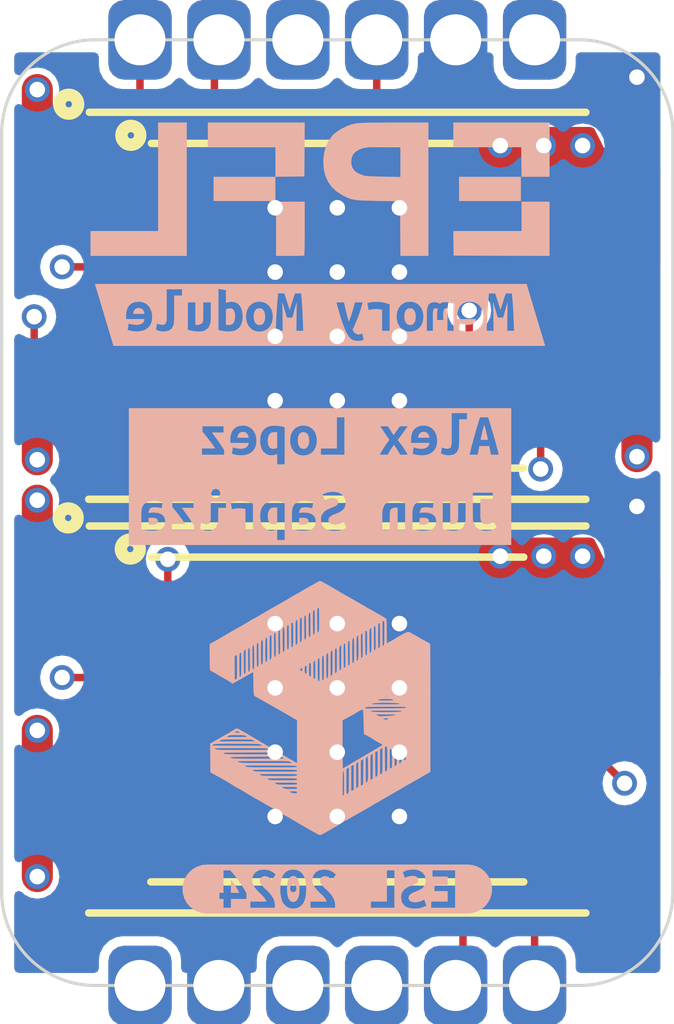
<source format=kicad_pcb>
(kicad_pcb (version 20240108) (generator "pcbnew") (generator_version "8.0")
  (layers (0 "F.Cu" signal) (1 "In1.Cu" signal) (2 "In2.Cu" signal) (3 "In3.Cu" signal) (4 "In4.Cu" signal) (31 "B.Cu" signal) (34 "B.Paste" user) (35 "F.Paste" user) (36 "B.SilkS" user "B.Silkscreen") (37 "F.SilkS" user "F.Silkscreen") (38 "B.Mask" user) (39 "F.Mask" user) (44 "Edge.Cuts" user))
  (net 0 "")
  (net 1 "GND")
  (net 2 "+1V8")
  (net 3 "~{FLASH_1_CS}")
  (net 4 "FLASH_CLK")
  (net 5 "~{FLASH_1_WP}_(IO2)")
  (net 6 "~{FLASH_1_RST}_(IO3)")
  (net 7 "~{FLASH_2_CS}")
  (net 8 "~{FLASH_2_WP}_(IO2)")
  (net 9 "~{FLASH_2_RST}_(IO3)")
  (net 10 "FLASH_MISO_(IO1)")
  (net 11 "FLASH_MOSI_(IO0)")
  (footprint "X-MODs_PcbLib:C0402" (layer "F.Cu") (at 154.6125 98.765 90)
    (property "Reference" "C2" (hide yes))
    (property "Value" "100n 10V" (hide yes))
    (pad "1" smd roundrect (at -0.48 0 90) (size 0.57 0.62) (layers "F.Cu" "F.Paste" "F.Mask") (net 2 "+1V8"))
    (pad "2" smd roundrect (at 0.48 0 90) (size 0.57 0.62) (layers "F.Cu" "F.Paste" "F.Mask") (net 1 "GND"))
  )
  (footprint "X-MODs_PcbLib:R0402" (layer "F.Cu") (at 154.6125 95.83 90)
    (property "Reference" "R2" (hide yes))
    (property "Value" "10K0" (hide yes))
    (pad "1" smd roundrect (at -0.48 0 90) (size 0.57 0.62) (layers "F.Cu" "F.Paste" "F.Mask") (net 2 "+1V8"))
    (pad "2" smd roundrect (at 0.48 0 90) (size 0.57 0.62) (layers "F.Cu" "F.Paste" "F.Mask") (net 4 "FLASH_CLK"))
  )
  (footprint "X-MODs_PcbLib:R0402" (layer "F.Cu") (at 154.615 93.9725 -90)
    (property "Reference" "R4" (hide yes))
    (property "Value" "10K0" (hide yes))
    (pad "1" smd roundrect (at -0.48 0 270) (size 0.57 0.62) (layers "F.Cu" "F.Paste" "F.Mask") (net 2 "+1V8"))
    (pad "2" smd roundrect (at 0.48 0 270) (size 0.57 0.62) (layers "F.Cu" "F.Paste" "F.Mask") (net 6 "~{FLASH_1_RST}_(IO3)"))
  )
  (footprint "X-MODs_PcbLib:R0402" (layer "F.Cu") (at 144.945 98.765 -90)
    (property "Reference" "R5" (hide yes))
    (property "Value" "10K0" (hide yes))
    (pad "1" smd roundrect (at -0.48 0 270) (size 0.57 0.62) (layers "F.Cu" "F.Paste" "F.Mask") (net 2 "+1V8"))
    (pad "2" smd roundrect (at 0.48 0 270) (size 0.57 0.62) (layers "F.Cu" "F.Paste" "F.Mask") (net 7 "~{FLASH_2_CS}"))
  )
  (footprint "X-MODs_PcbLib:R0402" (layer "F.Cu") (at 154.6125 100.585 -90)
    (property "Reference" "R8" (hide yes))
    (property "Value" "10K0" (hide yes))
    (pad "1" smd roundrect (at -0.48 0 270) (size 0.57 0.62) (layers "F.Cu" "F.Paste" "F.Mask") (net 2 "+1V8"))
    (pad "2" smd roundrect (at 0.48 0 270) (size 0.57 0.62) (layers "F.Cu" "F.Paste" "F.Mask") (net 9 "~{FLASH_2_RST}_(IO3)"))
  )
  (footprint "X-MODs_PcbLib:Memory_Board_Castellated_Conn_1.27mm" (layer "F.Cu") (at 149.7775 97.8)
    (property "Reference" "J1" (hide yes))
    (property "Value" "~" (hide yes))
    (pad "1" thru_hole roundrect (at -3.175 7.6 180) (size 1.02 1.28) (drill 0.82) (property pad_prop_castellated) (layers "*.Cu" "*.Mask") (net 2 "+1V8"))
    (pad "2" thru_hole roundrect (at -1.905 7.6 180) (size 1.02 1.28) (drill 0.82) (property pad_prop_castellated) (layers "*.Cu" "*.Mask") (net 1 "GND"))
    (pad "3" thru_hole roundrect (at -0.635 7.6 180) (size 1.02 1.28) (drill 0.82) (property pad_prop_castellated) (layers "*.Cu" "*.Mask") (net 8 "~{FLASH_2_WP}_(IO2)"))
    (pad "4" thru_hole roundrect (at 0.635 7.6 180) (size 1.02 1.28) (drill 0.82) (property pad_prop_castellated) (layers "*.Cu" "*.Mask") (net 7 "~{FLASH_2_CS}"))
    (pad "5" thru_hole roundrect (at 1.905 7.6 180) (size 1.02 1.28) (drill 0.82) (property pad_prop_castellated) (layers "*.Cu" "*.Mask") (net 9 "~{FLASH_2_RST}_(IO3)"))
    (pad "6" thru_hole roundrect (at 3.175 7.6 180) (size 1.02 1.28) (drill 0.82) (property pad_prop_castellated) (layers "*.Cu" "*.Mask") (net 11 "FLASH_MOSI_(IO0)"))
    (pad "7" thru_hole roundrect (at 3.175 -7.6 180) (size 1.02 1.28) (drill 0.82) (property pad_prop_castellated) (layers "*.Cu" "*.Mask") (net 4 "FLASH_CLK"))
    (pad "8" thru_hole roundrect (at 1.905 -7.6 180) (size 1.02 1.28) (drill 0.82) (property pad_prop_castellated) (layers "*.Cu" "*.Mask") (net 1 "GND"))
    (pad "9" thru_hole roundrect (at 0.635 -7.6 180) (size 1.02 1.28) (drill 0.82) (property pad_prop_castellated) (layers "*.Cu" "*.Mask") (net 6 "~{FLASH_1_RST}_(IO3)"))
    (pad "10" thru_hole roundrect (at -0.635 -7.6 180) (size 1.02 1.28) (drill 0.82) (property pad_prop_castellated) (layers "*.Cu" "*.Mask") (net 5 "~{FLASH_1_WP}_(IO2)"))
    (pad "11" thru_hole roundrect (at -1.905 -7.6 180) (size 1.02 1.28) (drill 0.82) (property pad_prop_castellated) (layers "*.Cu" "*.Mask") (net 10 "FLASH_MISO_(IO1)"))
    (pad "12" thru_hole roundrect (at -3.175 -7.6 180) (size 1.02 1.28) (drill 0.82) (property pad_prop_castellated) (layers "*.Cu" "*.Mask") (net 3 "~{FLASH_1_CS}"))
  )
  (footprint "X-MODs_PcbLib:8-WSON_DUAL_6x5mm_(8x6mn)" (layer "F.Cu") (at 149.7775 101.125)
    (property "Reference" "U2" (hide yes))
    (property "Value" "MX25U25643GZ4I00-T" (hide yes))
    (pad "1" smd roundrect (at -3.75 -1.905) (size 0.65 0.5) (layers "F.Cu" "F.Paste" "F.Mask") (net 7 "~{FLASH_2_CS}"))
    (pad "1" smd roundrect (at -2.7 -1.905) (size 0.75 0.5) (layers "F.Cu" "F.Paste" "F.Mask") (net 7 "~{FLASH_2_CS}"))
    (pad "2" smd roundrect (at -3.75 -0.635) (size 0.65 0.5) (layers "F.Cu" "F.Paste" "F.Mask") (net 10 "FLASH_MISO_(IO1)"))
    (pad "2" smd roundrect (at -2.7 -0.635) (size 0.75 0.5) (layers "F.Cu" "F.Paste" "F.Mask") (net 10 "FLASH_MISO_(IO1)"))
    (pad "3" smd roundrect (at -3.75 0.635) (size 0.65 0.5) (layers "F.Cu" "F.Paste" "F.Mask") (net 8 "~{FLASH_2_WP}_(IO2)"))
    (pad "3" smd roundrect (at -2.7 0.635) (size 0.75 0.5) (layers "F.Cu" "F.Paste" "F.Mask") (net 8 "~{FLASH_2_WP}_(IO2)"))
    (pad "4" smd roundrect (at -3.75 1.905) (size 0.65 0.5) (layers "F.Cu" "F.Paste" "F.Mask") (net 1 "GND"))
    (pad "4" smd roundrect (at -2.7 1.905) (size 0.75 0.5) (layers "F.Cu" "F.Paste" "F.Mask") (net 1 "GND"))
    (pad "5" smd roundrect (at 2.7 1.905) (size 0.75 0.5) (layers "F.Cu" "F.Paste" "F.Mask") (net 11 "FLASH_MOSI_(IO0)"))
    (pad "5" smd roundrect (at 3.75 1.905) (size 0.65 0.5) (layers "F.Cu" "F.Paste" "F.Mask") (net 11 "FLASH_MOSI_(IO0)"))
    (pad "6" smd roundrect (at 2.7 0.635) (size 0.75 0.5) (layers "F.Cu" "F.Paste" "F.Mask") (net 4 "FLASH_CLK"))
    (pad "6" smd roundrect (at 3.75 0.635) (size 0.65 0.5) (layers "F.Cu" "F.Paste" "F.Mask") (net 4 "FLASH_CLK"))
    (pad "7" smd roundrect (at 2.7 -0.635) (size 0.75 0.5) (layers "F.Cu" "F.Paste" "F.Mask") (net 9 "~{FLASH_2_RST}_(IO3)"))
    (pad "7" smd roundrect (at 3.75 -0.635) (size 0.65 0.5) (layers "F.Cu" "F.Paste" "F.Mask") (net 9 "~{FLASH_2_RST}_(IO3)"))
    (pad "8" smd roundrect (at 2.7 -1.905) (size 0.75 0.5) (layers "F.Cu" "F.Paste" "F.Mask") (net 2 "+1V8"))
    (pad "8" smd roundrect (at 3.75 -1.905) (size 0.65 0.5) (layers "F.Cu" "F.Paste" "F.Mask") (net 2 "+1V8"))
    (pad "9" smd rect (at 0 0) (size 3.4 4.3) (property pad_prop_heatsink) (layers "F.Cu" "F.Mask") (net 1 "GND"))
  )
  (footprint "X-MODs_PcbLib:8-WSON_DUAL_(6x5mm)_8x6mn" (layer "F.Cu") (at 149.7775 94.475)
    (property "Reference" "U1" (hide yes))
    (property "Value" "MX25U12832FZNI02-TR" (hide yes))
    (pad "1" smd roundrect (at -3.75 -1.905) (size 0.65 0.5) (layers "F.Cu" "F.Paste" "F.Mask") (net 3 "~{FLASH_1_CS}"))
    (pad "1" smd roundrect (at -2.7 -1.905) (size 0.75 0.5) (layers "F.Cu" "F.Paste" "F.Mask") (net 3 "~{FLASH_1_CS}"))
    (pad "2" smd roundrect (at -3.75 -0.635) (size 0.65 0.5) (layers "F.Cu" "F.Paste" "F.Mask") (net 10 "FLASH_MISO_(IO1)"))
    (pad "2" smd roundrect (at -2.7 -0.635) (size 0.75 0.5) (layers "F.Cu" "F.Paste" "F.Mask") (net 10 "FLASH_MISO_(IO1)"))
    (pad "3" smd roundrect (at -3.75 0.635) (size 0.65 0.5) (layers "F.Cu" "F.Paste" "F.Mask") (net 5 "~{FLASH_1_WP}_(IO2)"))
    (pad "3" smd roundrect (at -2.7 0.635) (size 0.75 0.5) (layers "F.Cu" "F.Paste" "F.Mask") (net 5 "~{FLASH_1_WP}_(IO2)"))
    (pad "4" smd roundrect (at -3.75 1.905) (size 0.65 0.5) (layers "F.Cu" "F.Paste" "F.Mask") (net 1 "GND"))
    (pad "4" smd roundrect (at -2.7 1.905) (size 0.75 0.5) (layers "F.Cu" "F.Paste" "F.Mask") (net 1 "GND"))
    (pad "5" smd roundrect (at 2.7 1.905) (size 0.75 0.5) (layers "F.Cu" "F.Paste" "F.Mask") (net 11 "FLASH_MOSI_(IO0)"))
    (pad "5" smd roundrect (at 3.75 1.905) (size 0.65 0.5) (layers "F.Cu" "F.Paste" "F.Mask") (net 11 "FLASH_MOSI_(IO0)"))
    (pad "6" smd roundrect (at 2.7 0.635) (size 0.75 0.5) (layers "F.Cu" "F.Paste" "F.Mask") (net 4 "FLASH_CLK"))
    (pad "6" smd roundrect (at 3.75 0.635) (size 0.65 0.5) (layers "F.Cu" "F.Paste" "F.Mask") (net 4 "FLASH_CLK"))
    (pad "7" smd roundrect (at 2.7 -0.635) (size 0.75 0.5) (layers "F.Cu" "F.Paste" "F.Mask") (net 6 "~{FLASH_1_RST}_(IO3)"))
    (pad "7" smd roundrect (at 3.75 -0.635) (size 0.65 0.5) (layers "F.Cu" "F.Paste" "F.Mask") (net 6 "~{FLASH_1_RST}_(IO3)"))
    (pad "8" smd roundrect (at 2.7 -1.905) (size 0.75 0.5) (layers "F.Cu" "F.Paste" "F.Mask") (net 2 "+1V8"))
    (pad "8" smd roundrect (at 3.75 -1.905) (size 0.65 0.5) (layers "F.Cu" "F.Paste" "F.Mask") (net 2 "+1V8"))
    (pad "9" smd rect (at 0 0) (size 3.4 4.3) (property pad_prop_heatsink) (layers "F.Cu" "F.Mask") (net 1 "GND"))
  )
  (footprint "X-MODs_PcbLib:R0402" (layer "F.Cu") (at 144.945 92.115 -90)
    (property "Reference" "R1" (hide yes))
    (property "Value" "10K0" (hide yes))
    (pad "1" smd roundrect (at -0.48 0 270) (size 0.57 0.62) (layers "F.Cu" "F.Paste" "F.Mask") (net 2 "+1V8"))
    (pad "2" smd roundrect (at 0.48 0 270) (size 0.57 0.62) (layers "F.Cu" "F.Paste" "F.Mask") (net 3 "~{FLASH_1_CS}"))
  )
  (footprint "X-MODs_PcbLib:C0402" (layer "F.Cu") (at 154.61 92.115 90)
    (property "Reference" "C1" (hide yes))
    (property "Value" "100n 10V" (hide yes))
    (pad "1" smd roundrect (at -0.48 0 90) (size 0.57 0.62) (layers "F.Cu" "F.Paste" "F.Mask") (net 2 "+1V8"))
    (pad "2" smd roundrect (at 0.48 0 90) (size 0.57 0.62) (layers "F.Cu" "F.Paste" "F.Mask") (net 1 "GND"))
  )
  (footprint "X-MODs_PcbLib:R0402" (layer "F.Cu") (at 144.945 102.48 90)
    (property "Reference" "R7" (hide yes))
    (property "Value" "10K0" (hide yes))
    (pad "1" smd roundrect (at -0.48 0 90) (size 0.57 0.62) (layers "F.Cu" "F.Paste" "F.Mask") (net 2 "+1V8"))
    (pad "2" smd roundrect (at 0.48 0 90) (size 0.57 0.62) (layers "F.Cu" "F.Paste" "F.Mask") (net 8 "~{FLASH_2_WP}_(IO2)"))
  )
  (footprint "X-MODs_PcbLib:R0402" (layer "F.Cu") (at 144.945 95.83 90)
    (property "Reference" "R3" (hide yes))
    (property "Value" "10K0" (hide yes))
    (pad "1" smd roundrect (at -0.48 0 90) (size 0.57 0.62) (layers "F.Cu" "F.Paste" "F.Mask") (net 2 "+1V8"))
    (pad "2" smd roundrect (at 0.48 0 90) (size 0.57 0.62) (layers "F.Cu" "F.Paste" "F.Mask") (net 5 "~{FLASH_1_WP}_(IO2)"))
  )
  (footprint "kibuzzard-6725074F" (layer "B.Cu") (at 149.5 94.621912 180)
    (property "Reference" "kibuzzard-6725074F" (hide yes))
    (property "Value" "G***" (hide yes))
  )
  (footprint "LOGO" (layer "B.Cu") (at 149.793035 101 180)
    (property "Reference" "G***" (hide yes))
    (property "Value" "LOGO" (hide yes))
  )
  (footprint "kibuzzard-672506D5" (layer "B.Cu") (at 149.7775 103.85 180)
    (property "Reference" "kibuzzard-672506D5" (hide yes))
    (property "Value" "G***" (hide yes))
  )
  (footprint "LOGO" (layer "B.Cu") (at 149.5 92.594 180)
    (property "Reference" "G***" (hide yes))
    (property "Value" "LOGO" (hide yes))
  )
  (footprint "kibuzzard-672506E3" (layer "B.Cu") (at 149.5 97.220204 180)
    (property "Reference" "kibuzzard-672506E3" (hide yes))
    (property "Value" "G***" (hide yes))
  )
  (gr_arc (start 144.3775 91.7) (mid 144.81684 90.63934) (end 145.8775 90.2) (stroke (width 0.05)) (layer "Edge.Cuts"))
  (gr_line (start 155.1775 91.7) (end 155.1775 103.9) (stroke (width 0.05)) (layer "Edge.Cuts"))
  (gr_line (start 153.6775 105.4) (end 145.8775 105.4) (stroke (width 0.05)) (layer "Edge.Cuts"))
  (gr_arc (start 145.8775 105.4) (mid 144.81684 104.96066) (end 144.3775 103.9) (stroke (width 0.05)) (layer "Edge.Cuts"))
  (gr_arc (start 153.6775 90.2) (mid 154.73816 90.63934) (end 155.1775 91.7) (stroke (width 0.05)) (layer "Edge.Cuts"))
  (gr_line (start 145.8775 90.2) (end 153.6775 90.2) (stroke (width 0.05)) (layer "Edge.Cuts"))
  (gr_line (start 144.3775 103.9) (end 144.3775 91.7) (stroke (width 0.05)) (layer "Edge.Cuts"))
  (gr_arc (start 155.1775 103.9) (mid 154.73816 104.96066) (end 153.6775 105.4) (stroke (width 0.05)) (layer "Edge.Cuts"))
  (segment (start 147.0775 96.38) (end 148.3975 96.38) (width 0.5) (layer "F.Cu") (net 1))
  (segment (start 154.6 97.7) (end 154.6 98.2725) (width 0.5) (layer "F.Cu") (net 1))
  (segment (start 147.0775 96.38) (end 146.0275 96.38) (width 0.5) (layer "F.Cu") (net 1))
  (segment (start 148.3975 96.38) (end 148.7775 96) (width 0.5) (layer "F.Cu") (net 1))
  (segment (start 147.0775 103.03) (end 146.0275 103.03) (width 0.5) (layer "F.Cu") (net 1))
  (segment (start 147.0775 103.03) (end 148.430834 103.03) (width 0.5) (layer "F.Cu") (net 1))
  (segment (start 154.6 98.2725) (end 154.6125 98.285) (width 0.5) (layer "F.Cu") (net 1))
  (segment (start 154.6 90.8) (end 154.6 91.625) (width 0.5) (layer "F.Cu") (net 1))
  (segment (start 154.6 91.625) (end 154.61 91.635) (width 0.5) (layer "F.Cu") (net 1))
  (segment (start 148.430834 103.03) (end 148.7775 102.683334) (width 0.5) (layer "F.Cu") (net 1))
  (via (at 148.7775 92.9) (size 0.4) (drill 0.25) (layers "F.Cu" "B.Cu") (net 1))
  (via (at 148.7775 102.683334) (size 0.4) (drill 0.25) (layers "F.Cu" "B.Cu") (net 1))
  (via (at 149.7775 94.966666) (size 0.4) (drill 0.25) (layers "F.Cu" "B.Cu") (net 1))
  (via (at 150.7775 96) (size 0.4) (drill 0.25) (layers "F.Cu" "B.Cu") (net 1))
  (via (at 149.7775 102.683334) (size 0.4) (drill 0.25) (layers "F.Cu" "B.Cu") (net 1))
  (via (at 148.7775 94.966666) (size 0.4) (drill 0.25) (layers "F.Cu" "B.Cu") (net 1))
  (via (at 154.6 90.8) (size 0.4) (drill 0.25) (layers "F.Cu" "B.Cu") (net 1))
  (via (at 150.7775 99.583334) (size 0.4) (drill 0.25) (layers "F.Cu" "B.Cu") (net 1))
  (via (at 148.7775 99.583334) (size 0.4) (drill 0.25) (layers "F.Cu" "B.Cu") (net 1))
  (via (at 150.7775 102.683334) (size 0.4) (drill 0.25) (layers "F.Cu" "B.Cu") (net 1))
  (via (at 149.7775 101.65) (size 0.4) (drill 0.25) (layers "F.Cu" "B.Cu") (net 1))
  (via (at 149.7775 99.583334) (size 0.4) (drill 0.25) (layers "F.Cu" "B.Cu") (net 1))
  (via (at 149.7775 96) (size 0.4) (drill 0.25) (layers "F.Cu" "B.Cu") (net 1))
  (via (at 148.7775 100.616667) (size 0.4) (drill 0.25) (layers "F.Cu" "B.Cu") (net 1))
  (via (at 154.6 97.7) (size 0.4) (drill 0.25) (layers "F.Cu" "B.Cu") (net 1))
  (via (at 150.7775 94.966666) (size 0.4) (drill 0.25) (layers "F.Cu" "B.Cu") (net 1))
  (via (at 150.7775 100.616667) (size 0.4) (drill 0.25) (layers "F.Cu" "B.Cu") (net 1))
  (via (at 150.7775 101.65) (size 0.4) (drill 0.25) (layers "F.Cu" "B.Cu") (net 1))
  (via (at 150.7775 93.933333) (size 0.4) (drill 0.25) (layers "F.Cu" "B.Cu") (net 1))
  (via (at 149.7775 100.616667) (size 0.4) (drill 0.25) (layers "F.Cu" "B.Cu") (net 1))
  (via (at 150.7775 92.9) (size 0.4) (drill 0.25) (layers "F.Cu" "B.Cu") (net 1))
  (via (at 149.7775 93.933333) (size 0.4) (drill 0.25) (layers "F.Cu" "B.Cu") (net 1))
  (via (at 148.7775 101.65) (size 0.4) (drill 0.25) (layers "F.Cu" "B.Cu") (net 1))
  (via (at 148.7775 93.933333) (size 0.4) (drill 0.25) (layers "F.Cu" "B.Cu") (net 1))
  (via (at 148.7775 96) (size 0.4) (drill 0.25) (layers "F.Cu" "B.Cu") (net 1))
  (via (at 149.7775 92.9) (size 0.4) (drill 0.25) (layers "F.Cu" "B.Cu") (net 1))
  (segment (start 154.6 96.3225) (end 154.6125 96.31) (width 0.5) (layer "F.Cu") (net 2))
  (segment (start 152.4775 92.57) (end 153.5275 92.57) (width 0.5) (layer "F.Cu") (net 2))
  (segment (start 154.6 96.9) (end 154.6 96.3225) (width 0.5) (layer "F.Cu") (net 2))
  (segment (start 154.61 93.4875) (end 154.615 93.4925) (width 0.5) (layer "F.Cu") (net 2))
  (segment (start 144.95 91.63) (end 144.945 91.635) (width 0.5) (layer "F.Cu") (net 2))
  (segment (start 144.95 96.95) (end 144.95 96.32) (width 0.5) (layer "F.Cu") (net 2))
  (segment (start 144.95 97.6) (end 144.95 98.23) (width 0.5) (layer "F.Cu") (net 2))
  (segment (start 144.95 91) (end 144.95 91.63) (width 0.5) (layer "F.Cu") (net 2))
  (segment (start 154.5875 99.22) (end 154.6125 99.245) (width 0.5) (layer "F.Cu") (net 2))
  (segment (start 154.585 92.57) (end 154.61 92.595) (width 0.5) (layer "F.Cu") (net 2))
  (segment (start 144.95 103.65) (end 144.95 103.02) (width 0.5) (layer "F.Cu") (net 2))
  (via (at 152.4 91.9) (size 0.4) (drill 0.25) (layers "F.Cu" "B.Cu") (net 2))
  (via (at 152.4 98.5) (size 0.4) (drill 0.25) (layers "F.Cu" "B.Cu") (net 2))
  (via (at 153.1 91.9) (size 0.4) (drill 0.25) (layers "F.Cu" "B.Cu") (net 2))
  (via (at 144.95 103.65) (size 0.4) (drill 0.25) (layers "F.Cu" "B.Cu") (net 2))
  (via (at 153.725003 98.5) (size 0.4) (drill 0.25) (layers "F.Cu" "B.Cu") (net 2))
  (via (at 144.95 96.95) (size 0.4) (drill 0.25) (layers "F.Cu" "B.Cu") (net 2))
  (via (at 144.95 97.6) (size 0.4) (drill 0.25) (layers "F.Cu" "B.Cu") (net 2))
  (via (at 154.6 96.9) (size 0.4) (drill 0.25) (layers "F.Cu" "B.Cu") (net 2))
  (via (at 144.95 91) (size 0.4) (drill 0.25) (layers "F.Cu" "B.Cu") (net 2))
  (via (at 153.725003 91.9) (size 0.4) (drill 0.25) (layers "F.Cu" "B.Cu") (net 2))
  (via (at 153.1 98.5) (size 0.4) (drill 0.25) (layers "F.Cu" "B.Cu") (net 2))
  (segment (start 146.5 92.57) (end 146.0275 92.57) (width 0.5) (layer "F.Cu") (net 3))
  (segment (start 146.0025 92.595) (end 146.0275 92.57) (width 0.12) (layer "F.Cu") (net 3))
  (segment (start 146.6025 90.2) (end 146.6025 92.4675) (width 0.12) (layer "F.Cu") (net 3))
  (segment (start 147.0775 92.57) (end 146.5 92.57) (width 0.5) (layer "F.Cu") (net 3))
  (segment (start 144.945 92.595) (end 146.0025 92.595) (width 0.12) (layer "F.Cu") (net 3))
  (segment (start 146.6025 92.4675) (end 146.5 92.57) (width 0.12) (layer "F.Cu") (net 3))
  (segment (start 152.4775 101.76) (end 153.5275 101.76) (width 0.5) (layer "F.Cu") (net 4))
  (segment (start 152.4775 95.11) (end 153.5275 95.11) (width 0.5) (layer "F.Cu") (net 4))
  (segment (start 154.15 95.35) (end 153.91 95.11) (width 0.12) (layer "F.Cu") (net 4))
  (segment (start 151.9 94.9) (end 152.11 95.11) (width 0.12) (layer "F.Cu") (net 4))
  (segment (start 154.4 102.15) (end 154.01 101.76) (width 0.12) (layer "F.Cu") (net 4))
  (segment (start 151.9 94.55) (end 151.9 94.9) (width 0.12) (layer "F.Cu") (net 4))
  (segment (start 154.6125 95.35) (end 154.15 95.35) (width 0.12) (layer "F.Cu") (net 4))
  (segment (start 154.01 101.76) (end 153.5275 101.76) (width 0.12) (layer "F.Cu") (net 4))
  (segment (start 152.11 95.11) (end 152.4775 95.11) (width 0.12) (layer "F.Cu") (net 4))
  (segment (start 153.91 95.11) (end 153.5275 95.11) (width 0.12) (layer "F.Cu") (net 4))
  (via (at 154.4 102.15) (size 0.4) (drill 0.25) (layers "F.Cu" "B.Cu") (net 4))
  (via (at 151.9 94.55) (size 0.4) (drill 0.25) (layers "F.Cu" "B.Cu") (net 4))
  (segment (start 147.0775 95.11) (end 146.0275 95.11) (width 0.5) (layer "F.Cu") (net 5))
  (segment (start 144.9 95.305) (end 144.945 95.35) (width 0.12) (layer "F.Cu") (net 5))
  (segment (start 146.0275 95.11) (end 146.0175 95.1) (width 0.12) (layer "F.Cu") (net 5))
  (segment (start 145.35 95.35) (end 144.945 95.35) (width 0.12) (layer "F.Cu") (net 5))
  (segment (start 146.0175 95.1) (end 145.6 95.1) (width 0.12) (layer "F.Cu") (net 5))
  (segment (start 145.6 95.1) (end 145.35 95.35) (width 0.12) (layer "F.Cu") (net 5))
  (segment (start 144.9 94.65) (end 144.9 95.305) (width 0.12) (layer "F.Cu") (net 5))
  (via (at 144.9 94.65) (size 0.4) (drill 0.25) (layers "F.Cu" "B.Cu") (net 5))
  (segment (start 151.4 91.8) (end 151.8 92.2) (width 0.12) (layer "F.Cu") (net 6))
  (segment (start 151.8 93.6) (end 152.04 93.84) (width 0.12) (layer "F.Cu") (net 6))
  (segment (start 154.4525 94.4525) (end 153.84 93.84) (width 0.12) (layer "F.Cu") (net 6))
  (segment (start 153.84 93.84) (end 153.5275 93.84) (width 0.12) (layer "F.Cu") (net 6))
  (segment (start 151.8 92.2) (end 151.8 93.6) (width 0.12) (layer "F.Cu") (net 6))
  (segment (start 153.5275 93.84) (end 152.4775 93.84) (width 0.5) (layer "F.Cu") (net 6))
  (segment (start 152.04 93.84) (end 152.4775 93.84) (width 0.12) (layer "F.Cu") (net 6))
  (segment (start 150.4125 91.6125) (end 150.6 91.8) (width 0.12) (layer "F.Cu") (net 6))
  (segment (start 150.4125 90.2) (end 150.4125 91.6125) (width 0.12) (layer "F.Cu") (net 6))
  (segment (start 150.6 91.8) (end 151.4 91.8) (width 0.12) (layer "F.Cu") (net 6))
  (segment (start 154.615 94.4525) (end 154.4525 94.4525) (width 0.12) (layer "F.Cu") (net 6))
  (segment (start 147.05 99.1925) (end 147.0775 99.22) (width 0.12) (layer "F.Cu") (net 7))
  (segment (start 147.05 98.55) (end 147.05 99.1925) (width 0.12) (layer "F.Cu") (net 7))
  (segment (start 147.0775 99.22) (end 146.0275 99.22) (width 0.5) (layer "F.Cu") (net 7))
  (segment (start 144.945 99.245) (end 146.0025 99.245) (width 0.12) (layer "F.Cu") (net 7))
  (segment (start 146.0025 99.245) (end 146.0275 99.22) (width 0.12) (layer "F.Cu") (net 7))
  (via (at 147.05 98.55) (size 0.4) (drill 0.25) (layers "F.Cu" "B.Cu") (net 7))
  (segment (start 145.3 102) (end 145.54 101.76) (width 0.12) (layer "F.Cu") (net 8))
  (segment (start 144.95 101.3) (end 144.95 101.93) (width 0.5) (layer "F.Cu") (net 8))
  (segment (start 147.0775 101.76) (end 146.0275 101.76) (width 0.5) (layer "F.Cu") (net 8))
  (segment (start 144.945 102) (end 145.3 102) (width 0.12) (layer "F.Cu") (net 8))
  (segment (start 145.54 101.76) (end 146.0275 101.76) (width 0.12) (layer "F.Cu") (net 8))
  (via (at 144.95 101.3) (size 0.4) (drill 0.25) (layers "F.Cu" "B.Cu") (net 8))
  (segment (start 153.5275 100.49) (end 152.4775 100.49) (width 0.5) (layer "F.Cu") (net 9))
  (segment (start 153.89 100.49) (end 153.5275 100.49) (width 0.12) (layer "F.Cu") (net 9))
  (segment (start 151.8 100.8) (end 152.11 100.49) (width 0.12) (layer "F.Cu") (net 9))
  (segment (start 154.6125 101.065) (end 154.165 101.065) (width 0.12) (layer "F.Cu") (net 9))
  (segment (start 154 100.6) (end 153.89 100.49) (width 0.12) (layer "F.Cu") (net 9))
  (segment (start 151.6825 105.4) (end 151.8 105.2825) (width 0.12) (layer "F.Cu") (net 9))
  (segment (start 154 100.9) (end 154 100.6) (width 0.12) (layer "F.Cu") (net 9))
  (segment (start 154.165 101.065) (end 154 100.9) (width 0.12) (layer "F.Cu") (net 9))
  (segment (start 151.8 105.2825) (end 151.8 100.8) (width 0.12) (layer "F.Cu") (net 9))
  (segment (start 152.11 100.49) (end 152.4775 100.49) (width 0.12) (layer "F.Cu") (net 9))
  (segment (start 147.56 93.84) (end 147.0775 93.84) (width 0.12) (layer "F.Cu") (net 10))
  (segment (start 147.8 93.6) (end 147.56 93.84) (width 0.12) (layer "F.Cu") (net 10))
  (segment (start 147.0775 100.49) (end 146.0275 100.49) (width 0.5) (layer "F.Cu") (net 10))
  (segment (start 147.8725 90.2) (end 147.8 90.2725) (width 0.12) (layer "F.Cu") (net 10))
  (segment (start 147.8 90.2725) (end 147.8 93.6) (width 0.12) (layer "F.Cu") (net 10))
  (segment (start 145.35 100.45) (end 145.9875 100.45) (width 0.12) (layer "F.Cu") (net 10))
  (segment (start 145.35 93.85) (end 146.0175 93.85) (width 0.12) (layer "F.Cu") (net 10))
  (segment (start 147.8725 90.2) (end 147.9 90.2275) (width 0.12) (layer "F.Cu") (net 10))
  (segment (start 146.0175 93.85) (end 146.0275 93.84) (width 0.12) (layer "F.Cu") (net 10))
  (segment (start 145.9875 100.45) (end 146.0275 100.49) (width 0.12) (layer "F.Cu") (net 10))
  (segment (start 147.0775 93.84) (end 146.0275 93.84) (width 0.5) (layer "F.Cu") (net 10))
  (via (at 145.35 100.45) (size 0.4) (drill 0.25) (layers "F.Cu" "B.Cu") (net 10))
  (via (at 145.35 93.85) (size 0.4) (drill 0.25) (layers "F.Cu" "B.Cu") (net 10))
  (segment (start 152.9525 105.4) (end 152.9525 103.0775) (width 0.12) (layer "F.Cu") (net 11))
  (segment (start 153.5275 96.38) (end 153.05 96.38) (width 0.5) (layer "F.Cu") (net 11))
  (segment (start 153 103.03) (end 152.4775 103.03) (width 0.5) (layer "F.Cu") (net 11))
  (segment (start 153.05 96.38) (end 152.4775 96.38) (width 0.5) (layer "F.Cu") (net 11))
  (segment (start 153.5275 103.03) (end 153 103.03) (width 0.5) (layer "F.Cu") (net 11))
  (segment (start 153.05 97.1) (end 153.05 96.38) (width 0.12) (layer "F.Cu") (net 11))
  (segment (start 152.9525 103.0775) (end 153 103.03) (width 0.12) (layer "F.Cu") (net 11))
  (via (at 153.05 97.1) (size 0.4) (drill 0.25) (layers "F.Cu" "B.Cu") (net 11))
  (zone (net 2) (net_name "+1V8") (layer "F.Cu") (priority 1) (connect_pads yes (clearance 0.15)) (min_thickness 0.15) (fill yes (thermal_gap 0.5) (thermal_bridge_width 0.5))
    (polygon (pts (xy 153.9 91.6) (xy 154.2 92.2) (xy 155 92.2) (xy 155 93.9) (xy 154.3 93.9) (xy 153.4 93) (xy 152 93) (xy 152 91.6)))
  )
  (zone (net 2) (net_name "+1V8") (layer "F.Cu") (priority 1) (connect_pads yes (clearance 0.15)) (min_thickness 0.15) (fill yes (thermal_gap 0.5) (thermal_bridge_width 0.5))
    (polygon (pts (xy 153.9 98.2) (xy 154.2 98.8) (xy 155 98.8) (xy 155 100.5) (xy 154.3 100.5) (xy 153.4 99.6) (xy 152 99.6) (xy 152 98.2)))
  )
  (zone (net 1) (net_name "GND") (layers "In1.Cu" "B.Cu") (connect_pads yes (clearance 0.15)) (min_thickness 0.15) (fill yes (thermal_gap 0.5) (thermal_bridge_width 0.5))
    (polygon (pts (xy 144.4 90.2) (xy 155.2 90.2) (xy 155.2 105.4) (xy 144.4 105.4)))
  )
)
</source>
